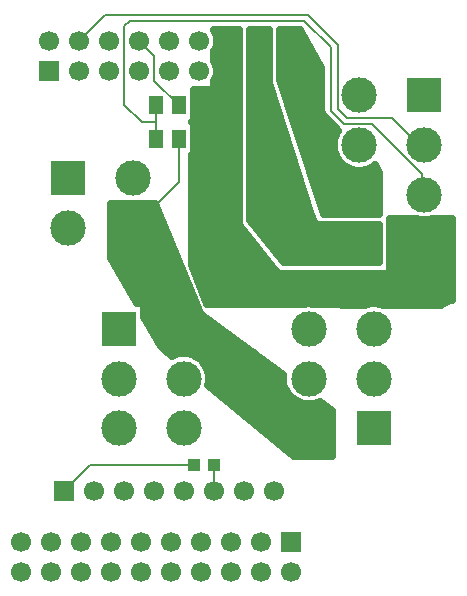
<source format=gbl>
G04 DipTrace 3.0.0.1*
G04 Maxon_Brushless_Driver_v2.0-version2.GBL*
%MOIN*%
G04 #@! TF.FileFunction,Copper,L2,Bot*
G04 #@! TF.Part,Single*
G04 #@! TA.AperFunction,Conductor*
%ADD13C,0.008*%
G04 #@! TA.AperFunction,CopperBalancing*
%ADD14C,0.025*%
%ADD16R,0.051181X0.059055*%
G04 #@! TA.AperFunction,ComponentPad*
%ADD17C,0.11811*%
%ADD18R,0.11811X0.11811*%
%ADD19R,0.066929X0.066929*%
%ADD20C,0.066929*%
%ADD21R,0.043307X0.03937*%
%FSLAX26Y26*%
G04*
G70*
G90*
G75*
G01*
G04 Bottom*
%LPD*%
X1143596Y1900240D2*
D13*
Y1755748D1*
X991630Y1603782D1*
X1260818Y812786D2*
Y727196D1*
X1262588Y725425D1*
X1962720Y1878811D2*
X1946470D1*
X1856291Y1968990D1*
X1706293D1*
X1675042Y2000240D1*
Y2212740D1*
X1575042Y2312740D1*
X899903D1*
X812588Y2225425D1*
X1012588D2*
X1062542Y2175471D1*
Y2093991D1*
X1143793Y2012740D1*
X1068990D2*
Y1954898D1*
Y1900437D1*
X1068793Y1900240D1*
X1962720Y1713457D2*
X1956293D1*
Y1781490D1*
X1787542Y1950240D1*
X1693791D1*
X1650042Y1993990D1*
Y2206491D1*
X1562542Y2293991D1*
X981293D1*
X962542Y2275240D1*
Y2012740D1*
X1020385Y1954898D1*
X1068990D1*
X1193888Y812786D2*
X849949D1*
X762588Y725425D1*
X1483818Y2237871D2*
D14*
X1560115D1*
X1483818Y2213003D2*
X1573836D1*
X1483818Y2188134D2*
X1587558D1*
X1483818Y2163265D2*
X1601230D1*
X1483818Y2138396D2*
X1614950D1*
X1483818Y2113528D2*
X1617050D1*
X1486210Y2088659D2*
X1617050D1*
X1494364Y2063790D2*
X1617050D1*
X1502567Y2038921D2*
X1617050D1*
X1510722Y2014052D2*
X1617050D1*
X1518924Y1989184D2*
X1617440D1*
X1527079Y1964315D2*
X1634091D1*
X1535282Y1939446D2*
X1658944D1*
X1543436Y1914577D2*
X1665975D1*
X1551591Y1889709D2*
X1658846D1*
X1559794Y1864840D2*
X1659286D1*
X1567948Y1839971D2*
X1667440D1*
X1576151Y1815102D2*
X1686581D1*
X1584306Y1790234D2*
X1806894D1*
X1592508Y1765365D2*
X1810018D1*
X1600663Y1740496D2*
X1810018D1*
X1608866Y1715627D2*
X1810018D1*
X1617020Y1690759D2*
X1810018D1*
X1625175Y1665890D2*
X1810018D1*
X1798055Y1810853D2*
X1790883Y1805870D1*
X1778923Y1799776D1*
X1766156Y1795627D1*
X1752898Y1793528D1*
X1739472D1*
X1726214Y1795627D1*
X1713448Y1799776D1*
X1701487Y1805870D1*
X1690626Y1813760D1*
X1681134Y1823252D1*
X1673244Y1834113D1*
X1667150Y1846073D1*
X1663001Y1858840D1*
X1660902Y1872098D1*
Y1885524D1*
X1663001Y1898782D1*
X1667150Y1911549D1*
X1673244Y1923509D1*
X1675037Y1926193D1*
X1663391Y1937518D1*
X1626856Y1974186D1*
X1622873Y1980147D1*
X1620392Y1986871D1*
X1619550Y1993990D1*
Y2134566D1*
X1548919Y2262722D1*
X1481340Y2262740D1*
X1481293Y2096017D1*
X1627844Y1650227D1*
X1812591Y1650240D1*
X1812542Y1784567D1*
X1798042Y1810825D1*
X1383818Y2237871D2*
X1441268D1*
X1383818Y2213003D2*
X1441268D1*
X1383818Y2188134D2*
X1441268D1*
X1383818Y2163265D2*
X1441268D1*
X1383818Y2138396D2*
X1441268D1*
X1383818Y2113528D2*
X1441268D1*
X1383818Y2088659D2*
X1441268D1*
X1383818Y2063790D2*
X1448398D1*
X1383818Y2038921D2*
X1456503D1*
X1383818Y2014052D2*
X1464559D1*
X1383818Y1989184D2*
X1472615D1*
X1383818Y1964315D2*
X1480672D1*
X1383818Y1939446D2*
X1488730D1*
X1383818Y1914577D2*
X1496835D1*
X1383818Y1889709D2*
X1504891D1*
X1383818Y1864840D2*
X1512948D1*
X1383818Y1839971D2*
X1521004D1*
X1383818Y1815102D2*
X1529062D1*
X1383818Y1790234D2*
X1537118D1*
X1383818Y1765365D2*
X1545223D1*
X1383818Y1740496D2*
X1553280D1*
X1383818Y1715627D2*
X1561336D1*
X1383818Y1690759D2*
X1569394D1*
X1383818Y1665890D2*
X1577450D1*
X1383818Y1641021D2*
X1585555D1*
X1394413Y1616152D2*
X1593612D1*
X1414139Y1591283D2*
X1810018D1*
X1433818Y1566415D2*
X1810018D1*
X1453495Y1541546D2*
X1810018D1*
X1473172Y1516677D2*
X1810018D1*
X1492850Y1491808D2*
X1810018D1*
X1443744Y2262740D2*
X1381341D1*
X1381293Y1629585D1*
X1493612Y1487713D1*
X1812591Y1487740D1*
X1812542Y1612692D1*
X1604336Y1612894D1*
X1600617Y1614102D1*
X1597453Y1616402D1*
X1595154Y1619566D1*
X1582832Y1657055D1*
X1443945Y2085791D1*
X1443793Y2125240D1*
Y2262692D1*
X1273757Y2237871D2*
X1341268D1*
X1273757Y2213003D2*
X1341268D1*
X1265067Y2188134D2*
X1341268D1*
X1265067Y2163265D2*
X1341268D1*
X1273612Y2138396D2*
X1341268D1*
X1273856Y2113528D2*
X1341268D1*
X1265067Y2088659D2*
X1341268D1*
X1265017Y2063790D2*
X1341268D1*
X1198367Y2038921D2*
X1341268D1*
X1198367Y2014052D2*
X1341268D1*
X1198367Y1989184D2*
X1341268D1*
X1198367Y1964315D2*
X1341268D1*
X1198172Y1939446D2*
X1341268D1*
X1198172Y1914577D2*
X1341268D1*
X1198172Y1889709D2*
X1341268D1*
X1198172Y1864840D2*
X1341268D1*
X1190067Y1839971D2*
X1341268D1*
X1190067Y1815102D2*
X1341268D1*
X1190067Y1790234D2*
X1341268D1*
X1190067Y1765365D2*
X1341268D1*
X1190067Y1740496D2*
X1341268D1*
X1190067Y1715627D2*
X1341268D1*
X1190067Y1690759D2*
X1341268D1*
X1190067Y1665890D2*
X1341268D1*
X1190067Y1641021D2*
X1341268D1*
X1190067Y1616152D2*
X1341268D1*
X1852567D2*
X2053816D1*
X1190067Y1591283D2*
X1359969D1*
X1852567D2*
X2053816D1*
X1190067Y1566415D2*
X1379841D1*
X1852567D2*
X2053816D1*
X1190067Y1541546D2*
X1399764D1*
X1852567D2*
X2053816D1*
X1190067Y1516677D2*
X1419636D1*
X1852567D2*
X2053816D1*
X1190067Y1491808D2*
X1439509D1*
X1852567D2*
X2053816D1*
X1194461Y1466940D2*
X1459432D1*
X1852567D2*
X2053816D1*
X1204617Y1442071D2*
X2053816D1*
X1214773Y1417202D2*
X2053816D1*
X1224979Y1392333D2*
X2053816D1*
X1235135Y1367465D2*
X2053816D1*
X1987009Y1631491D2*
X1976102Y1628963D1*
X1962720Y1627909D1*
X1949339Y1628963D1*
X1938432Y1631491D1*
X1849993D1*
X1849888Y1460785D1*
X1848680Y1457066D1*
X1846381Y1453902D1*
X1843217Y1451602D1*
X1839497Y1450394D1*
X1800042Y1450240D1*
X1479337Y1450394D1*
X1475618Y1451602D1*
X1472454Y1453902D1*
X1346178Y1611643D1*
X1344403Y1615129D1*
X1343791Y1618991D1*
Y2262692D1*
X1262591Y2262740D1*
X1263710Y2256752D1*
X1267980Y2248370D1*
X1270888Y2239421D1*
X1272360Y2230130D1*
Y2220720D1*
X1270888Y2211429D1*
X1267980Y2202480D1*
X1263710Y2194098D1*
X1262534Y2192340D1*
X1262542Y2158589D1*
X1266009Y2152644D1*
X1269610Y2143953D1*
X1271807Y2134804D1*
X1272545Y2125425D1*
X1271807Y2116046D1*
X1269610Y2106898D1*
X1266009Y2098206D1*
X1262534Y2092340D1*
X1262388Y2073285D1*
X1261180Y2069566D1*
X1258881Y2066402D1*
X1255717Y2064102D1*
X1251997Y2062894D1*
X1212542Y2062740D1*
X1195891D1*
X1195875Y1956720D1*
X1187526D1*
X1195678Y1956260D1*
Y1844220D1*
X1187524D1*
X1187542Y1477731D1*
X1239705Y1350192D1*
X1553593Y1347836D1*
X1564034Y1350164D1*
X1577416Y1351218D1*
X1590798Y1350164D1*
X1602311Y1347466D1*
X1765209Y1346256D1*
X1773980Y1348854D1*
X1787239Y1350954D1*
X1800664D1*
X1813923Y1348854D1*
X1823661Y1345823D1*
X2017839Y1344371D1*
X2028510Y1351903D1*
X2042651Y1359108D1*
X2056281Y1363598D1*
X2056293Y1631442D1*
X1987201Y1631491D1*
X921318Y1656621D2*
X1074227D1*
X921318Y1631752D2*
X1084383D1*
X921318Y1606883D2*
X1094491D1*
X921318Y1582014D2*
X1104598D1*
X921318Y1557146D2*
X1114706D1*
X921318Y1532277D2*
X1124814D1*
X921318Y1507408D2*
X1134920D1*
X933084Y1482539D2*
X1145077D1*
X947098Y1457671D2*
X1155184D1*
X961063Y1432802D2*
X1165291D1*
X975077Y1407933D2*
X1175399D1*
X989042Y1383064D2*
X1185507D1*
X1003055Y1358196D2*
X1195663D1*
X1031913Y1333327D2*
X1205770D1*
X1031913Y1308458D2*
X1224325D1*
X1044999Y1283589D2*
X1258260D1*
X1059012Y1258720D2*
X1292196D1*
X1072978Y1233852D2*
X1326180D1*
X1086942Y1208983D2*
X1360115D1*
X1116923Y1184114D2*
X1140682D1*
X1180106D2*
X1394100D1*
X1224930Y1159245D2*
X1428035D1*
X1241386Y1134377D2*
X1461971D1*
X1247928Y1109508D2*
X1489852D1*
X1247001Y1084639D2*
X1490829D1*
X1268680Y1059770D2*
X1499570D1*
X1299051Y1034902D2*
X1519783D1*
X1329374Y1010033D2*
X1631747D1*
X1359745Y985164D2*
X1653768D1*
X1390067Y960295D2*
X1653768D1*
X1420438Y935427D2*
X1653768D1*
X1450760Y910558D2*
X1653768D1*
X1481131Y885689D2*
X1653768D1*
X1511454Y860820D2*
X1653768D1*
X1245681Y1093604D2*
X1243581Y1080345D1*
X1243104Y1078654D1*
X1529499Y843999D1*
X1656243Y843990D1*
X1656291Y993941D1*
X1615513Y1023768D1*
X1603852Y1018955D1*
X1590798Y1015823D1*
X1577416Y1014769D1*
X1564034Y1015823D1*
X1550980Y1018955D1*
X1538579Y1024093D1*
X1527133Y1031108D1*
X1516925Y1039825D1*
X1508207Y1050033D1*
X1501193Y1061479D1*
X1496055Y1073881D1*
X1492923Y1086934D1*
X1491869Y1100316D1*
X1492907Y1113568D1*
X1216169Y1316436D1*
X1213883Y1319608D1*
X1066627Y1681500D1*
X918841Y1681490D1*
X918793Y1503535D1*
X1004444Y1351247D1*
X1029409Y1351218D1*
Y1306833D1*
X1084794Y1208400D1*
X1122885Y1177197D1*
X1133962Y1181677D1*
X1147016Y1184810D1*
X1160398Y1185864D1*
X1173780Y1184810D1*
X1186833Y1181677D1*
X1199235Y1176539D1*
X1210681Y1169525D1*
X1220888Y1160807D1*
X1229606Y1150600D1*
X1236621Y1139154D1*
X1241759Y1126752D1*
X1244891Y1113698D1*
X1245945Y1100316D1*
X1245681Y1093604D1*
D16*
X1143596Y1900240D3*
X1068793D3*
D17*
X943862Y1100316D3*
Y934962D3*
X1160398Y1265671D3*
Y934962D3*
Y1100316D3*
D18*
X943862Y1265671D3*
D17*
X1793951Y1100316D3*
Y1265671D3*
X1577416Y934962D3*
Y1265671D3*
Y1100316D3*
D18*
X1793951Y934962D3*
D19*
X1518923Y556509D3*
D20*
Y456509D3*
X1418923Y556509D3*
Y456509D3*
X1318923Y556509D3*
Y456509D3*
X1218923Y556509D3*
Y456509D3*
X1118923Y556509D3*
Y456509D3*
X1018923Y556509D3*
Y456509D3*
X918923Y556509D3*
Y456509D3*
X818923Y556509D3*
Y456509D3*
X718923Y556509D3*
Y456509D3*
X618923Y556509D3*
Y456509D3*
D16*
X1068990Y2012740D3*
X1143793D3*
D21*
X1193888Y812786D3*
X1260818D3*
D19*
X712588Y2125425D3*
D20*
Y2225425D3*
X812588Y2125425D3*
Y2225425D3*
X912588Y2125425D3*
Y2225425D3*
X1012588Y2125425D3*
Y2225425D3*
X1112588Y2125425D3*
Y2225425D3*
X1212588Y2125425D3*
Y2225425D3*
X1312588Y2125425D3*
Y2225425D3*
X1412588Y2125425D3*
Y2225425D3*
X1512588Y2125425D3*
Y2225425D3*
D19*
X762588Y725425D3*
D20*
X862588D3*
X962588D3*
X1062588D3*
X1162588D3*
X1262588D3*
X1362588D3*
X1462588D3*
D18*
X1962720Y2044165D3*
D17*
Y1878811D3*
Y1713457D3*
Y1548102D3*
X1746185D3*
Y1713457D3*
Y1878811D3*
Y2044165D3*
D18*
X775094Y1769136D3*
D17*
Y1603782D3*
X991630D3*
Y1769136D3*
M02*

</source>
